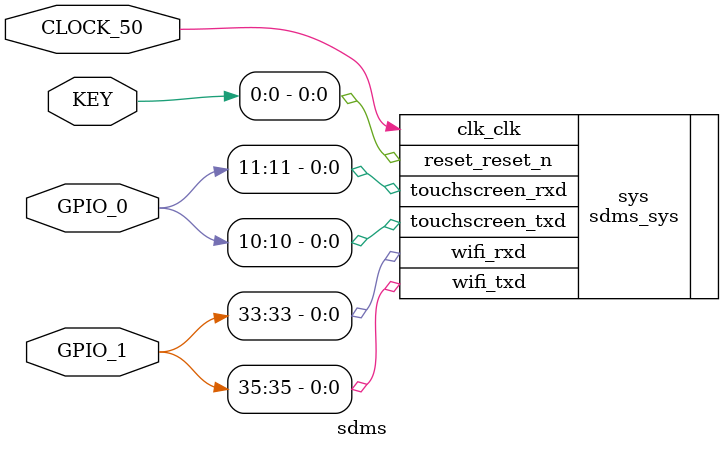
<source format=v>
module sdms(
    input CLOCK_50,
    input [3:0] KEY,
    inout [35:0] GPIO_0,
    inout [35:0] GPIO_1
);

    sdms_sys sys(
        .clk_clk(CLOCK_50),
        .reset_reset_n(KEY[0]),
        .touchscreen_rxd(GPIO_0[11]),
        .touchscreen_txd(GPIO_0[10]),
        .wifi_rxd(GPIO_1[33]),
        .wifi_txd(GPIO_1[35])
    );

endmodule
</source>
